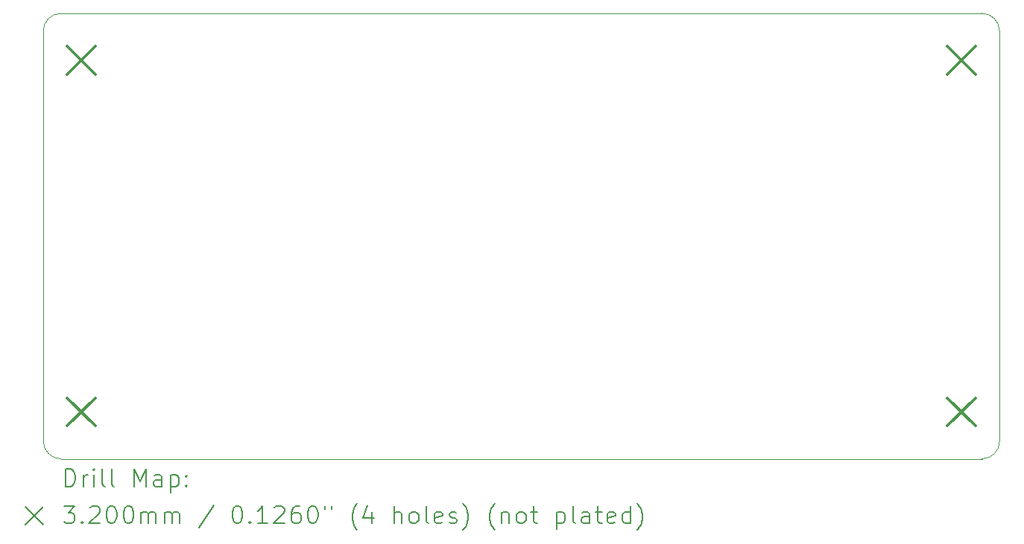
<source format=gbr>
%TF.GenerationSoftware,KiCad,Pcbnew,(6.0.11)*%
%TF.CreationDate,2024-01-03T20:30:28+00:00*%
%TF.ProjectId,LeWiFiModem,4c655769-4669-44d6-9f64-656d2e6b6963,rev?*%
%TF.SameCoordinates,Original*%
%TF.FileFunction,Drillmap*%
%TF.FilePolarity,Positive*%
%FSLAX45Y45*%
G04 Gerber Fmt 4.5, Leading zero omitted, Abs format (unit mm)*
G04 Created by KiCad (PCBNEW (6.0.11)) date 2024-01-03 20:30:28*
%MOMM*%
%LPD*%
G01*
G04 APERTURE LIST*
%ADD10C,0.100000*%
%ADD11C,0.200000*%
%ADD12C,0.320000*%
G04 APERTURE END LIST*
D10*
X16755000Y-13140000D02*
G75*
G03*
X16955000Y-12940000I0J200000D01*
G01*
X16954000Y-8272000D02*
G75*
G03*
X16754000Y-8072000I-200000J0D01*
G01*
X6291000Y-8072000D02*
X16754000Y-8072000D01*
X16755000Y-13140000D02*
X6292000Y-13140000D01*
X16954000Y-8272000D02*
X16955000Y-12940000D01*
X6291000Y-8072000D02*
G75*
G03*
X6091000Y-8272000I0J-200000D01*
G01*
X6092000Y-12940000D02*
X6091000Y-8272000D01*
X6092000Y-12940000D02*
G75*
G03*
X6292000Y-13140000I200000J0D01*
G01*
D11*
D12*
X6363000Y-8446000D02*
X6683000Y-8766000D01*
X6683000Y-8446000D02*
X6363000Y-8766000D01*
X6363000Y-12446000D02*
X6683000Y-12766000D01*
X6683000Y-12446000D02*
X6363000Y-12766000D01*
X16363000Y-8446000D02*
X16683000Y-8766000D01*
X16683000Y-8446000D02*
X16363000Y-8766000D01*
X16363000Y-12446000D02*
X16683000Y-12766000D01*
X16683000Y-12446000D02*
X16363000Y-12766000D01*
D11*
X6343619Y-13455476D02*
X6343619Y-13255476D01*
X6391238Y-13255476D01*
X6419809Y-13265000D01*
X6438857Y-13284048D01*
X6448381Y-13303095D01*
X6457905Y-13341190D01*
X6457905Y-13369762D01*
X6448381Y-13407857D01*
X6438857Y-13426905D01*
X6419809Y-13445952D01*
X6391238Y-13455476D01*
X6343619Y-13455476D01*
X6543619Y-13455476D02*
X6543619Y-13322143D01*
X6543619Y-13360238D02*
X6553143Y-13341190D01*
X6562667Y-13331667D01*
X6581714Y-13322143D01*
X6600762Y-13322143D01*
X6667428Y-13455476D02*
X6667428Y-13322143D01*
X6667428Y-13255476D02*
X6657905Y-13265000D01*
X6667428Y-13274524D01*
X6676952Y-13265000D01*
X6667428Y-13255476D01*
X6667428Y-13274524D01*
X6791238Y-13455476D02*
X6772190Y-13445952D01*
X6762667Y-13426905D01*
X6762667Y-13255476D01*
X6896000Y-13455476D02*
X6876952Y-13445952D01*
X6867428Y-13426905D01*
X6867428Y-13255476D01*
X7124571Y-13455476D02*
X7124571Y-13255476D01*
X7191238Y-13398333D01*
X7257905Y-13255476D01*
X7257905Y-13455476D01*
X7438857Y-13455476D02*
X7438857Y-13350714D01*
X7429333Y-13331667D01*
X7410286Y-13322143D01*
X7372190Y-13322143D01*
X7353143Y-13331667D01*
X7438857Y-13445952D02*
X7419809Y-13455476D01*
X7372190Y-13455476D01*
X7353143Y-13445952D01*
X7343619Y-13426905D01*
X7343619Y-13407857D01*
X7353143Y-13388809D01*
X7372190Y-13379286D01*
X7419809Y-13379286D01*
X7438857Y-13369762D01*
X7534095Y-13322143D02*
X7534095Y-13522143D01*
X7534095Y-13331667D02*
X7553143Y-13322143D01*
X7591238Y-13322143D01*
X7610286Y-13331667D01*
X7619809Y-13341190D01*
X7629333Y-13360238D01*
X7629333Y-13417381D01*
X7619809Y-13436428D01*
X7610286Y-13445952D01*
X7591238Y-13455476D01*
X7553143Y-13455476D01*
X7534095Y-13445952D01*
X7715048Y-13436428D02*
X7724571Y-13445952D01*
X7715048Y-13455476D01*
X7705524Y-13445952D01*
X7715048Y-13436428D01*
X7715048Y-13455476D01*
X7715048Y-13331667D02*
X7724571Y-13341190D01*
X7715048Y-13350714D01*
X7705524Y-13341190D01*
X7715048Y-13331667D01*
X7715048Y-13350714D01*
X5886000Y-13685000D02*
X6086000Y-13885000D01*
X6086000Y-13685000D02*
X5886000Y-13885000D01*
X6324571Y-13675476D02*
X6448381Y-13675476D01*
X6381714Y-13751667D01*
X6410286Y-13751667D01*
X6429333Y-13761190D01*
X6438857Y-13770714D01*
X6448381Y-13789762D01*
X6448381Y-13837381D01*
X6438857Y-13856428D01*
X6429333Y-13865952D01*
X6410286Y-13875476D01*
X6353143Y-13875476D01*
X6334095Y-13865952D01*
X6324571Y-13856428D01*
X6534095Y-13856428D02*
X6543619Y-13865952D01*
X6534095Y-13875476D01*
X6524571Y-13865952D01*
X6534095Y-13856428D01*
X6534095Y-13875476D01*
X6619809Y-13694524D02*
X6629333Y-13685000D01*
X6648381Y-13675476D01*
X6696000Y-13675476D01*
X6715048Y-13685000D01*
X6724571Y-13694524D01*
X6734095Y-13713571D01*
X6734095Y-13732619D01*
X6724571Y-13761190D01*
X6610286Y-13875476D01*
X6734095Y-13875476D01*
X6857905Y-13675476D02*
X6876952Y-13675476D01*
X6896000Y-13685000D01*
X6905524Y-13694524D01*
X6915048Y-13713571D01*
X6924571Y-13751667D01*
X6924571Y-13799286D01*
X6915048Y-13837381D01*
X6905524Y-13856428D01*
X6896000Y-13865952D01*
X6876952Y-13875476D01*
X6857905Y-13875476D01*
X6838857Y-13865952D01*
X6829333Y-13856428D01*
X6819809Y-13837381D01*
X6810286Y-13799286D01*
X6810286Y-13751667D01*
X6819809Y-13713571D01*
X6829333Y-13694524D01*
X6838857Y-13685000D01*
X6857905Y-13675476D01*
X7048381Y-13675476D02*
X7067428Y-13675476D01*
X7086476Y-13685000D01*
X7096000Y-13694524D01*
X7105524Y-13713571D01*
X7115048Y-13751667D01*
X7115048Y-13799286D01*
X7105524Y-13837381D01*
X7096000Y-13856428D01*
X7086476Y-13865952D01*
X7067428Y-13875476D01*
X7048381Y-13875476D01*
X7029333Y-13865952D01*
X7019809Y-13856428D01*
X7010286Y-13837381D01*
X7000762Y-13799286D01*
X7000762Y-13751667D01*
X7010286Y-13713571D01*
X7019809Y-13694524D01*
X7029333Y-13685000D01*
X7048381Y-13675476D01*
X7200762Y-13875476D02*
X7200762Y-13742143D01*
X7200762Y-13761190D02*
X7210286Y-13751667D01*
X7229333Y-13742143D01*
X7257905Y-13742143D01*
X7276952Y-13751667D01*
X7286476Y-13770714D01*
X7286476Y-13875476D01*
X7286476Y-13770714D02*
X7296000Y-13751667D01*
X7315048Y-13742143D01*
X7343619Y-13742143D01*
X7362667Y-13751667D01*
X7372190Y-13770714D01*
X7372190Y-13875476D01*
X7467428Y-13875476D02*
X7467428Y-13742143D01*
X7467428Y-13761190D02*
X7476952Y-13751667D01*
X7496000Y-13742143D01*
X7524571Y-13742143D01*
X7543619Y-13751667D01*
X7553143Y-13770714D01*
X7553143Y-13875476D01*
X7553143Y-13770714D02*
X7562667Y-13751667D01*
X7581714Y-13742143D01*
X7610286Y-13742143D01*
X7629333Y-13751667D01*
X7638857Y-13770714D01*
X7638857Y-13875476D01*
X8029333Y-13665952D02*
X7857905Y-13923095D01*
X8286476Y-13675476D02*
X8305524Y-13675476D01*
X8324571Y-13685000D01*
X8334095Y-13694524D01*
X8343619Y-13713571D01*
X8353143Y-13751667D01*
X8353143Y-13799286D01*
X8343619Y-13837381D01*
X8334095Y-13856428D01*
X8324571Y-13865952D01*
X8305524Y-13875476D01*
X8286476Y-13875476D01*
X8267428Y-13865952D01*
X8257905Y-13856428D01*
X8248381Y-13837381D01*
X8238857Y-13799286D01*
X8238857Y-13751667D01*
X8248381Y-13713571D01*
X8257905Y-13694524D01*
X8267428Y-13685000D01*
X8286476Y-13675476D01*
X8438857Y-13856428D02*
X8448381Y-13865952D01*
X8438857Y-13875476D01*
X8429333Y-13865952D01*
X8438857Y-13856428D01*
X8438857Y-13875476D01*
X8638857Y-13875476D02*
X8524571Y-13875476D01*
X8581714Y-13875476D02*
X8581714Y-13675476D01*
X8562667Y-13704048D01*
X8543619Y-13723095D01*
X8524571Y-13732619D01*
X8715048Y-13694524D02*
X8724571Y-13685000D01*
X8743619Y-13675476D01*
X8791238Y-13675476D01*
X8810286Y-13685000D01*
X8819810Y-13694524D01*
X8829333Y-13713571D01*
X8829333Y-13732619D01*
X8819810Y-13761190D01*
X8705524Y-13875476D01*
X8829333Y-13875476D01*
X9000762Y-13675476D02*
X8962667Y-13675476D01*
X8943619Y-13685000D01*
X8934095Y-13694524D01*
X8915048Y-13723095D01*
X8905524Y-13761190D01*
X8905524Y-13837381D01*
X8915048Y-13856428D01*
X8924571Y-13865952D01*
X8943619Y-13875476D01*
X8981714Y-13875476D01*
X9000762Y-13865952D01*
X9010286Y-13856428D01*
X9019810Y-13837381D01*
X9019810Y-13789762D01*
X9010286Y-13770714D01*
X9000762Y-13761190D01*
X8981714Y-13751667D01*
X8943619Y-13751667D01*
X8924571Y-13761190D01*
X8915048Y-13770714D01*
X8905524Y-13789762D01*
X9143619Y-13675476D02*
X9162667Y-13675476D01*
X9181714Y-13685000D01*
X9191238Y-13694524D01*
X9200762Y-13713571D01*
X9210286Y-13751667D01*
X9210286Y-13799286D01*
X9200762Y-13837381D01*
X9191238Y-13856428D01*
X9181714Y-13865952D01*
X9162667Y-13875476D01*
X9143619Y-13875476D01*
X9124571Y-13865952D01*
X9115048Y-13856428D01*
X9105524Y-13837381D01*
X9096000Y-13799286D01*
X9096000Y-13751667D01*
X9105524Y-13713571D01*
X9115048Y-13694524D01*
X9124571Y-13685000D01*
X9143619Y-13675476D01*
X9286476Y-13675476D02*
X9286476Y-13713571D01*
X9362667Y-13675476D02*
X9362667Y-13713571D01*
X9657905Y-13951667D02*
X9648381Y-13942143D01*
X9629333Y-13913571D01*
X9619810Y-13894524D01*
X9610286Y-13865952D01*
X9600762Y-13818333D01*
X9600762Y-13780238D01*
X9610286Y-13732619D01*
X9619810Y-13704048D01*
X9629333Y-13685000D01*
X9648381Y-13656428D01*
X9657905Y-13646905D01*
X9819810Y-13742143D02*
X9819810Y-13875476D01*
X9772190Y-13665952D02*
X9724571Y-13808809D01*
X9848381Y-13808809D01*
X10076952Y-13875476D02*
X10076952Y-13675476D01*
X10162667Y-13875476D02*
X10162667Y-13770714D01*
X10153143Y-13751667D01*
X10134095Y-13742143D01*
X10105524Y-13742143D01*
X10086476Y-13751667D01*
X10076952Y-13761190D01*
X10286476Y-13875476D02*
X10267429Y-13865952D01*
X10257905Y-13856428D01*
X10248381Y-13837381D01*
X10248381Y-13780238D01*
X10257905Y-13761190D01*
X10267429Y-13751667D01*
X10286476Y-13742143D01*
X10315048Y-13742143D01*
X10334095Y-13751667D01*
X10343619Y-13761190D01*
X10353143Y-13780238D01*
X10353143Y-13837381D01*
X10343619Y-13856428D01*
X10334095Y-13865952D01*
X10315048Y-13875476D01*
X10286476Y-13875476D01*
X10467429Y-13875476D02*
X10448381Y-13865952D01*
X10438857Y-13846905D01*
X10438857Y-13675476D01*
X10619810Y-13865952D02*
X10600762Y-13875476D01*
X10562667Y-13875476D01*
X10543619Y-13865952D01*
X10534095Y-13846905D01*
X10534095Y-13770714D01*
X10543619Y-13751667D01*
X10562667Y-13742143D01*
X10600762Y-13742143D01*
X10619810Y-13751667D01*
X10629333Y-13770714D01*
X10629333Y-13789762D01*
X10534095Y-13808809D01*
X10705524Y-13865952D02*
X10724571Y-13875476D01*
X10762667Y-13875476D01*
X10781714Y-13865952D01*
X10791238Y-13846905D01*
X10791238Y-13837381D01*
X10781714Y-13818333D01*
X10762667Y-13808809D01*
X10734095Y-13808809D01*
X10715048Y-13799286D01*
X10705524Y-13780238D01*
X10705524Y-13770714D01*
X10715048Y-13751667D01*
X10734095Y-13742143D01*
X10762667Y-13742143D01*
X10781714Y-13751667D01*
X10857905Y-13951667D02*
X10867429Y-13942143D01*
X10886476Y-13913571D01*
X10896000Y-13894524D01*
X10905524Y-13865952D01*
X10915048Y-13818333D01*
X10915048Y-13780238D01*
X10905524Y-13732619D01*
X10896000Y-13704048D01*
X10886476Y-13685000D01*
X10867429Y-13656428D01*
X10857905Y-13646905D01*
X11219809Y-13951667D02*
X11210286Y-13942143D01*
X11191238Y-13913571D01*
X11181714Y-13894524D01*
X11172190Y-13865952D01*
X11162667Y-13818333D01*
X11162667Y-13780238D01*
X11172190Y-13732619D01*
X11181714Y-13704048D01*
X11191238Y-13685000D01*
X11210286Y-13656428D01*
X11219809Y-13646905D01*
X11296000Y-13742143D02*
X11296000Y-13875476D01*
X11296000Y-13761190D02*
X11305524Y-13751667D01*
X11324571Y-13742143D01*
X11353143Y-13742143D01*
X11372190Y-13751667D01*
X11381714Y-13770714D01*
X11381714Y-13875476D01*
X11505524Y-13875476D02*
X11486476Y-13865952D01*
X11476952Y-13856428D01*
X11467428Y-13837381D01*
X11467428Y-13780238D01*
X11476952Y-13761190D01*
X11486476Y-13751667D01*
X11505524Y-13742143D01*
X11534095Y-13742143D01*
X11553143Y-13751667D01*
X11562667Y-13761190D01*
X11572190Y-13780238D01*
X11572190Y-13837381D01*
X11562667Y-13856428D01*
X11553143Y-13865952D01*
X11534095Y-13875476D01*
X11505524Y-13875476D01*
X11629333Y-13742143D02*
X11705524Y-13742143D01*
X11657905Y-13675476D02*
X11657905Y-13846905D01*
X11667428Y-13865952D01*
X11686476Y-13875476D01*
X11705524Y-13875476D01*
X11924571Y-13742143D02*
X11924571Y-13942143D01*
X11924571Y-13751667D02*
X11943619Y-13742143D01*
X11981714Y-13742143D01*
X12000762Y-13751667D01*
X12010286Y-13761190D01*
X12019809Y-13780238D01*
X12019809Y-13837381D01*
X12010286Y-13856428D01*
X12000762Y-13865952D01*
X11981714Y-13875476D01*
X11943619Y-13875476D01*
X11924571Y-13865952D01*
X12134095Y-13875476D02*
X12115048Y-13865952D01*
X12105524Y-13846905D01*
X12105524Y-13675476D01*
X12296000Y-13875476D02*
X12296000Y-13770714D01*
X12286476Y-13751667D01*
X12267428Y-13742143D01*
X12229333Y-13742143D01*
X12210286Y-13751667D01*
X12296000Y-13865952D02*
X12276952Y-13875476D01*
X12229333Y-13875476D01*
X12210286Y-13865952D01*
X12200762Y-13846905D01*
X12200762Y-13827857D01*
X12210286Y-13808809D01*
X12229333Y-13799286D01*
X12276952Y-13799286D01*
X12296000Y-13789762D01*
X12362667Y-13742143D02*
X12438857Y-13742143D01*
X12391238Y-13675476D02*
X12391238Y-13846905D01*
X12400762Y-13865952D01*
X12419809Y-13875476D01*
X12438857Y-13875476D01*
X12581714Y-13865952D02*
X12562667Y-13875476D01*
X12524571Y-13875476D01*
X12505524Y-13865952D01*
X12496000Y-13846905D01*
X12496000Y-13770714D01*
X12505524Y-13751667D01*
X12524571Y-13742143D01*
X12562667Y-13742143D01*
X12581714Y-13751667D01*
X12591238Y-13770714D01*
X12591238Y-13789762D01*
X12496000Y-13808809D01*
X12762667Y-13875476D02*
X12762667Y-13675476D01*
X12762667Y-13865952D02*
X12743619Y-13875476D01*
X12705524Y-13875476D01*
X12686476Y-13865952D01*
X12676952Y-13856428D01*
X12667428Y-13837381D01*
X12667428Y-13780238D01*
X12676952Y-13761190D01*
X12686476Y-13751667D01*
X12705524Y-13742143D01*
X12743619Y-13742143D01*
X12762667Y-13751667D01*
X12838857Y-13951667D02*
X12848381Y-13942143D01*
X12867428Y-13913571D01*
X12876952Y-13894524D01*
X12886476Y-13865952D01*
X12896000Y-13818333D01*
X12896000Y-13780238D01*
X12886476Y-13732619D01*
X12876952Y-13704048D01*
X12867428Y-13685000D01*
X12848381Y-13656428D01*
X12838857Y-13646905D01*
M02*

</source>
